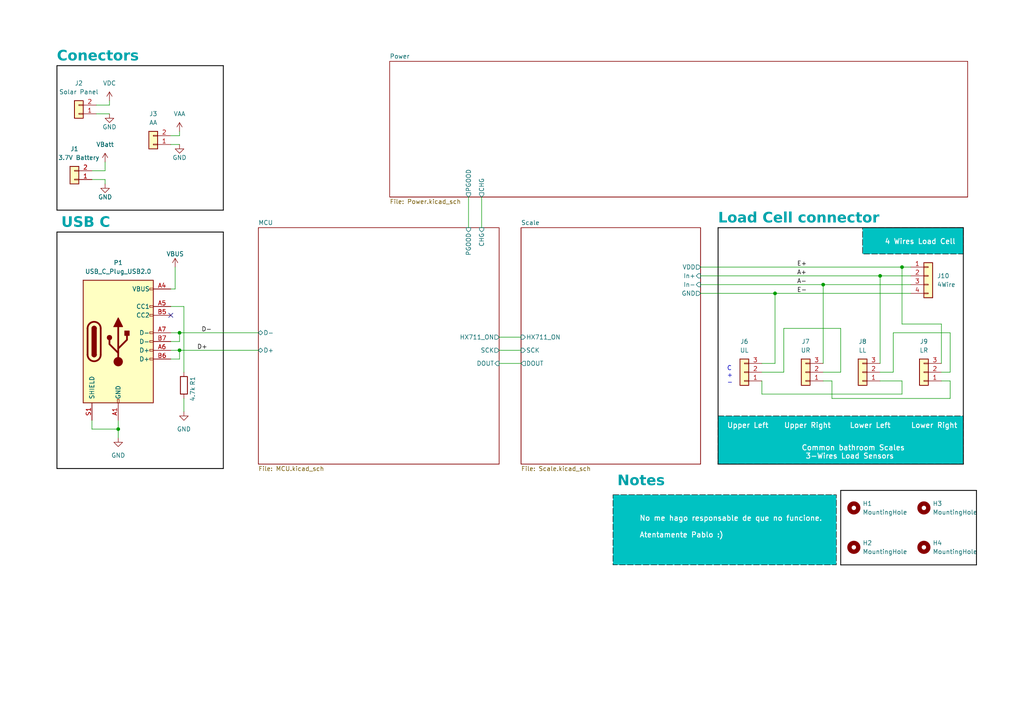
<source format=kicad_sch>
(kicad_sch (version 20231120) (generator "eeschema") (generator_version "8.0")
  (paper "A4")
  (title_block (title "Gas Weigther") (date "2023-11-04") (rev "1"))
  (lib_symbols
    (symbol "Connector:USB_C_Receptacle_USB2.0_14P" (pin_names (offset 1.016))
      (property "Reference" "J" (at 0 22.225 0))
      (property "Value" "USB_C_Receptacle_USB2.0_14P" (at 0 19.685 0))
      (symbol "USB_C_Receptacle_USB2.0_14P_0_0"
        (rectangle (start -0.254 -17.78) (end 0.254 -16.764))
        (rectangle (start 10.16 -4.826) (end 9.144 -5.334))
        (rectangle (start 10.16 -2.286) (end 9.144 -2.794))
        (rectangle (start 10.16 0.254) (end 9.144 -0.254))
        (rectangle (start 10.16 2.794) (end 9.144 2.286))
        (rectangle (start 10.16 7.874) (end 9.144 7.366))
        (rectangle (start 10.16 10.414) (end 9.144 9.906))
        (rectangle (start 10.16 15.494) (end 9.144 14.986))
      )
      (symbol "USB_C_Receptacle_USB2.0_14P_0_1"
        (rectangle (start -10.16 17.78) (end 10.16 -17.78) (stroke (width 0.254)) (fill (type background)))
        (arc (start -8.89 -3.81) (mid -6.985 -5.7067) (end -5.08 -3.81) (stroke (width 0.508)))
        (arc (start -7.62 -3.81) (mid -6.985 -4.4423) (end -6.35 -3.81) (stroke (width 0.254)))
        (arc (start -7.62 -3.81) (mid -6.985 -4.4423) (end -6.35 -3.81) (stroke (width 0.254)) (fill (type outline)))
        (rectangle (start -7.62 -3.81) (end -6.35 3.81) (stroke (width 0.254)) (fill (type outline)))
        (arc (start -6.35 3.81) (mid -6.985 4.4423) (end -7.62 3.81) (stroke (width 0.254)))
        (arc (start -6.35 3.81) (mid -6.985 4.4423) (end -7.62 3.81) (stroke (width 0.254)) (fill (type outline)))
        (arc (start -5.08 3.81) (mid -6.985 5.7067) (end -8.89 3.81) (stroke (width 0.508)))
        (circle (center -2.54 1.143) (radius 0.635) (stroke (width 0.254)) (fill (type outline)))
        (circle (center 0 -5.842) (radius 1.27) (fill (type outline)))
        (polyline (pts (xy -8.89 -3.81) (xy -8.89 3.81)) (stroke (width 0.508)))
        (polyline (pts (xy -5.08 3.81) (xy -5.08 -3.81)) (stroke (width 0.508)))
        (polyline (pts (xy 0 -5.842) (xy 0 4.318)) (stroke (width 0.508)))
        (polyline (pts (xy 0 -3.302) (xy -2.54 -0.762) (xy -2.54 0.508)) (stroke (width 0.508)))
        (polyline (pts (xy 0 -2.032) (xy 2.54 0.508) (xy 2.54 1.778)) (stroke (width 0.508)))
        (polyline (pts (xy -1.27 4.318) (xy 0 6.858) (xy 1.27 4.318) (xy -1.27 4.318)) (stroke (width 0.254)) (fill (type outline)))
        (rectangle (start 1.905 1.778) (end 3.175 3.048) (stroke (width 0.254)) (fill (type outline)))
      )
      (symbol "USB_C_Receptacle_USB2.0_14P_1_1"
        (pin passive line (at 0 -22.86 90) (length 5.08) (name "GND") (number "A1"))
        (pin passive line (at 0 -22.86 90) (length 5.08) hide (name "GND") (number "A12"))
        (pin passive line (at 15.24 15.24 180) (length 5.08) (name "VBUS") (number "A4"))
        (pin bidirectional line (at 15.24 10.16 180) (length 5.08) (name "CC1") (number "A5"))
        (pin bidirectional line (at 15.24 -2.54 180) (length 5.08) (name "D+") (number "A6"))
        (pin bidirectional line (at 15.24 2.54 180) (length 5.08) (name "D-") (number "A7"))
        (pin passive line (at 15.24 15.24 180) (length 5.08) hide (name "VBUS") (number "A9"))
        (pin passive line (at 0 -22.86 90) (length 5.08) hide (name "GND") (number "B1"))
        (pin passive line (at 0 -22.86 90) (length 5.08) hide (name "GND") (number "B12"))
        (pin passive line (at 15.24 15.24 180) (length 5.08) hide (name "VBUS") (number "B4"))
        (pin bidirectional line (at 15.24 7.62 180) (length 5.08) (name "CC2") (number "B5"))
        (pin bidirectional line (at 15.24 -5.08 180) (length 5.08) (name "D+") (number "B6"))
        (pin bidirectional line (at 15.24 0 180) (length 5.08) (name "D-") (number "B7"))
        (pin passive line (at 15.24 15.24 180) (length 5.08) hide (name "VBUS") (number "B9"))
        (pin passive line (at -7.62 -22.86 90) (length 5.08) (name "SHIELD") (number "S1"))
      )
    )
    (symbol "Connector_Generic:Conn_01x02" (pin_names (offset 1.016) hide)
      (property "Reference" "J" (at 0 2.54 0))
      (property "Value" "Conn_01x02" (at 0 -5.08 0))
      (symbol "Conn_01x02_1_1"
        (rectangle (start -1.27 -2.413) (end 0 -2.667) (stroke (width 0.1524)))
        (rectangle (start -1.27 0.127) (end 0 -0.127) (stroke (width 0.1524)))
        (rectangle (start -1.27 1.27) (end 1.27 -3.81) (stroke (width 0.254)) (fill (type background)))
        (pin passive line (at -5.08 0 0) (length 3.81) (name "Pin_1") (number "1"))
        (pin passive line (at -5.08 -2.54 0) (length 3.81) (name "Pin_2") (number "2"))
      )
    )
    (symbol "Connector_Generic:Conn_01x03" (pin_names (offset 1.016) hide)
      (property "Reference" "J" (at 0 5.08 0))
      (property "Value" "Conn_01x03" (at 0 -5.08 0))
      (symbol "Conn_01x03_1_1"
        (rectangle (start -1.27 -2.413) (end 0 -2.667) (stroke (width 0.1524)))
        (rectangle (start -1.27 0.127) (end 0 -0.127) (stroke (width 0.1524)))
        (rectangle (start -1.27 2.667) (end 0 2.413) (stroke (width 0.1524)))
        (rectangle (start -1.27 3.81) (end 1.27 -3.81) (stroke (width 0.254)) (fill (type background)))
        (pin passive line (at -5.08 2.54 0) (length 3.81) (name "Pin_1") (number "1"))
        (pin passive line (at -5.08 0 0) (length 3.81) (name "Pin_2") (number "2"))
        (pin passive line (at -5.08 -2.54 0) (length 3.81) (name "Pin_3") (number "3"))
      )
    )
    (symbol "Connector_Generic:Conn_01x04" (pin_names (offset 1.016) hide)
      (property "Reference" "J" (at 0 5.08 0))
      (property "Value" "Conn_01x04" (at 0 -7.62 0))
      (symbol "Conn_01x04_1_1"
        (rectangle (start -1.27 -4.953) (end 0 -5.207) (stroke (width 0.1524)))
        (rectangle (start -1.27 -2.413) (end 0 -2.667) (stroke (width 0.1524)))
        (rectangle (start -1.27 0.127) (end 0 -0.127) (stroke (width 0.1524)))
        (rectangle (start -1.27 2.667) (end 0 2.413) (stroke (width 0.1524)))
        (rectangle (start -1.27 3.81) (end 1.27 -6.35) (stroke (width 0.254)) (fill (type background)))
        (pin passive line (at -5.08 2.54 0) (length 3.81) (name "Pin_1") (number "1"))
        (pin passive line (at -5.08 0 0) (length 3.81) (name "Pin_2") (number "2"))
        (pin passive line (at -5.08 -2.54 0) (length 3.81) (name "Pin_3") (number "3"))
        (pin passive line (at -5.08 -5.08 0) (length 3.81) (name "Pin_4") (number "4"))
      )
    )
    (symbol "Device:R" (pin_numbers hide) (pin_names (offset 0))
      (property "Reference" "R" (at 2.032 0 90))
      (property "Value" "R" (at 0 0 90))
      (symbol "R_0_1"
        (rectangle (start -1.016 -2.54) (end 1.016 2.54) (stroke (width 0.254)))
      )
      (symbol "R_1_1"
        (pin passive line (at 0 3.81 270) (length 1.27) (name "~") (number "1"))
        (pin passive line (at 0 -3.81 90) (length 1.27) (name "~") (number "2"))
      )
    )
    (symbol "Mechanical:MountingHole" (pin_names (offset 1.016))
      (property "Reference" "H" (at 0 5.08 0))
      (property "Value" "MountingHole" (at 0 3.175 0))
      (symbol "MountingHole_0_1"
        (circle (center 0 0) (radius 1.27) (stroke (width 1.27)))
      )
    )
    (symbol "Power_Symbols:VBatt" (power) (pin_names (offset 0))
      (property "Value" "VBatt" (at 0 6.35 0))
      (symbol "VBatt_0_1"
        (polyline (pts (xy -0.762 1.27) (xy 0 2.54)))
        (polyline (pts (xy 0 0) (xy 0 2.54)))
        (polyline (pts (xy 0 2.54) (xy 0.762 1.27)))
      )
      (symbol "VBatt_1_1"
        (pin power_in line (at 0 0 90) (length 0) hide (name "VBatt") (number "1"))
      )
    )
    (symbol "power:GND" (power) (pin_names (offset 0))
      (property "Value" "GND" (at 0 -3.81 0))
      (symbol "GND_0_1"
        (polyline (pts (xy 0 0) (xy 0 -1.27) (xy 1.27 -1.27) (xy 0 -2.54) (xy -1.27 -1.27) (xy 0 -1.27)))
      )
      (symbol "GND_1_1"
        (pin power_in line (at 0 0 270) (length 0) hide (name "GND") (number "1"))
      )
    )
    (symbol "power:VAA" (power) (pin_names (offset 0))
      (property "Value" "VAA" (at 0 3.81 0))
      (symbol "VAA_0_1"
        (polyline (pts (xy -0.762 1.27) (xy 0 2.54)))
        (polyline (pts (xy 0 0) (xy 0 2.54)))
        (polyline (pts (xy 0 2.54) (xy 0.762 1.27)))
      )
      (symbol "VAA_1_1"
        (pin power_in line (at 0 0 90) (length 0) hide (name "VAA") (number "1"))
      )
    )
    (symbol "power:VBUS" (power) (pin_names (offset 0))
      (property "Value" "VBUS" (at 0 3.81 0))
      (symbol "VBUS_0_1"
        (polyline (pts (xy -0.762 1.27) (xy 0 2.54)))
        (polyline (pts (xy 0 0) (xy 0 2.54)))
        (polyline (pts (xy 0 2.54) (xy 0.762 1.27)))
      )
      (symbol "VBUS_1_1"
        (pin power_in line (at 0 0 90) (length 0) hide (name "VBUS") (number "1"))
      )
    )
    (symbol "power:VDC" (power) (pin_names (offset 0))
      (property "Value" "VDC" (at 0 6.35 0))
      (symbol "VDC_0_1"
        (polyline (pts (xy -0.762 1.27) (xy 0 2.54)))
        (polyline (pts (xy 0 0) (xy 0 2.54)))
        (polyline (pts (xy 0 2.54) (xy 0.762 1.27)))
      )
      (symbol "VDC_1_1"
        (pin power_in line (at 0 0 90) (length 0) hide (name "VDC") (number "1"))
      )
    )
  )
  (junction (at 224.79 85.09))
  (junction (at 52.07 101.6))
  (junction (at 261.62 77.47))
  (junction (at 34.29 124.46))
  (junction (at 52.07 96.52))
  (junction (at 255.27 80.01))
  (junction (at 238.76 82.55))
  (no_connect (at 49.53 91.44))
  (wire (pts (xy 261.62 114.3) (xy 261.62 110.49)))
  (polyline (pts (xy 16.51 67.31) (xy 64.77 67.31)) (stroke (width 0.25) (type solid) (color 0 0 0 1)))
  (polyline (pts (xy 208.28 66.04) (xy 279.4 66.04)) (stroke (width 0.25) (type solid) (color 0 0 0 1)))
  (wire (pts (xy 203.2 82.55) (xy 238.76 82.55)))
  (wire (pts (xy 26.67 52.07) (xy 30.48 52.07)))
  (wire (pts (xy 255.27 80.01) (xy 255.27 105.41)))
  (wire (pts (xy 139.7 57.15) (xy 139.7 66.04)))
  (polyline (pts (xy 16.51 19.05) (xy 16.51 60.96)) (stroke (width 0.25) (type solid) (color 0 0 0 1)))
  (wire (pts (xy 241.3 115.57) (xy 275.59 115.57)))
  (wire (pts (xy 273.05 107.95) (xy 275.59 107.95)))
  (wire (pts (xy 275.59 115.57) (xy 275.59 110.49)))
  (wire (pts (xy 52.07 101.6) (xy 74.93 101.6)))
  (wire (pts (xy 144.78 105.41) (xy 151.13 105.41)))
  (wire (pts (xy 275.59 107.95) (xy 275.59 96.52)))
  (wire (pts (xy 50.8 77.47) (xy 50.8 83.82)))
  (polyline (pts (xy 283.21 142.24) (xy 283.21 163.83)) (stroke (width 0.25) (type solid) (color 0 0 0 1)))
  (wire (pts (xy 261.62 110.49) (xy 255.27 110.49)))
  (wire (pts (xy 220.98 114.3) (xy 220.98 110.49)))
  (polyline (pts (xy 64.77 67.31) (xy 64.77 135.89)) (stroke (width 0.25) (type solid) (color 0 0 0 1)))
  (wire (pts (xy 255.27 80.01) (xy 264.16 80.01)))
  (wire (pts (xy 27.94 33.02) (xy 31.75 33.02)))
  (wire (pts (xy 49.53 104.14) (xy 52.07 104.14)))
  (wire (pts (xy 52.07 96.52) (xy 74.93 96.52)))
  (wire (pts (xy 255.27 107.95) (xy 259.08 107.95)))
  (wire (pts (xy 49.53 41.91) (xy 52.07 41.91)))
  (wire (pts (xy 53.34 88.9) (xy 53.34 107.95)))
  (wire (pts (xy 49.53 83.82) (xy 50.8 83.82)))
  (polyline (pts (xy 279.4 134.62) (xy 208.28 134.62)) (stroke (width 0.25) (type solid) (color 0 0 0 1)))
  (wire (pts (xy 261.62 77.47) (xy 264.16 77.47)))
  (polyline (pts (xy 243.84 163.83) (xy 283.21 163.83)) (stroke (width 0.25) (type solid) (color 0 0 0 1)))
  (wire (pts (xy 52.07 104.14) (xy 52.07 101.6)))
  (polyline (pts (xy 243.84 142.24) (xy 283.21 142.24)) (stroke (width 0.25) (type solid) (color 0 0 0 1)))
  (polyline (pts (xy 64.77 135.89) (xy 16.51 135.89)) (stroke (width 0.25) (type solid) (color 0 0 0 1)))
  (wire (pts (xy 259.08 96.52) (xy 259.08 107.95)))
  (wire (pts (xy 203.2 77.47) (xy 261.62 77.47)))
  (wire (pts (xy 220.98 105.41) (xy 224.79 105.41)))
  (wire (pts (xy 275.59 110.49) (xy 273.05 110.49)))
  (wire (pts (xy 144.78 101.6) (xy 151.13 101.6)))
  (wire (pts (xy 238.76 82.55) (xy 264.16 82.55)))
  (wire (pts (xy 241.3 110.49) (xy 241.3 115.57)))
  (wire (pts (xy 144.78 97.79) (xy 151.13 97.79)))
  (wire (pts (xy 224.79 85.09) (xy 224.79 105.41)))
  (wire (pts (xy 224.79 85.09) (xy 264.16 85.09)))
  (wire (pts (xy 31.75 29.21) (xy 31.75 30.48)))
  (wire (pts (xy 49.53 99.06) (xy 52.07 99.06)))
  (wire (pts (xy 243.84 95.25) (xy 227.33 95.25)))
  (wire (pts (xy 52.07 38.1) (xy 52.07 39.37)))
  (wire (pts (xy 220.98 107.95) (xy 227.33 107.95)))
  (wire (pts (xy 273.05 105.41) (xy 273.05 93.98)))
  (wire (pts (xy 27.94 30.48) (xy 31.75 30.48)))
  (wire (pts (xy 220.98 114.3) (xy 261.62 114.3)))
  (wire (pts (xy 238.76 82.55) (xy 238.76 105.41)))
  (wire (pts (xy 34.29 124.46) (xy 34.29 127)))
  (polyline (pts (xy 64.77 19.05) (xy 64.77 60.96)) (stroke (width 0.25) (type solid) (color 0 0 0 1)))
  (wire (pts (xy 238.76 110.49) (xy 241.3 110.49)))
  (wire (pts (xy 52.07 99.06) (xy 52.07 96.52)))
  (wire (pts (xy 203.2 85.09) (xy 224.79 85.09)))
  (wire (pts (xy 26.67 124.46) (xy 26.67 121.92)))
  (polyline (pts (xy 16.51 67.31) (xy 16.51 135.89)) (stroke (width 0.25) (type solid) (color 0 0 0 1)))
  (wire (pts (xy 203.2 80.01) (xy 255.27 80.01)))
  (wire (pts (xy 30.48 46.99) (xy 30.48 49.53)))
  (polyline (pts (xy 279.4 66.04) (xy 279.4 134.62)) (stroke (width 0.25) (type solid) (color 0 0 0 1)))
  (wire (pts (xy 243.84 107.95) (xy 243.84 95.25)))
  (wire (pts (xy 135.89 57.15) (xy 135.89 66.04)))
  (wire (pts (xy 238.76 107.95) (xy 243.84 107.95)))
  (wire (pts (xy 49.53 96.52) (xy 52.07 96.52)))
  (wire (pts (xy 26.67 124.46) (xy 34.29 124.46)))
  (wire (pts (xy 275.59 96.52) (xy 259.08 96.52)))
  (wire (pts (xy 49.53 101.6) (xy 52.07 101.6)))
  (wire (pts (xy 273.05 93.98) (xy 261.62 93.98)))
  (wire (pts (xy 261.62 93.98) (xy 261.62 77.47)))
  (polyline (pts (xy 16.51 19.05) (xy 64.77 19.05)) (stroke (width 0.25) (type solid) (color 0 0 0 1)))
  (wire (pts (xy 34.29 121.92) (xy 34.29 124.46)))
  (wire (pts (xy 227.33 95.25) (xy 227.33 107.95)))
  (wire (pts (xy 30.48 49.53) (xy 26.67 49.53)))
  (polyline (pts (xy 64.77 60.96) (xy 16.51 60.96)) (stroke (width 0.25) (type solid) (color 0 0 0 1)))
  (polyline (pts (xy 208.28 66.04) (xy 208.28 134.62)) (stroke (width 0.25) (type solid) (color 0 0 0 1)))
  (wire (pts (xy 52.07 39.37) (xy 49.53 39.37)))
  (wire (pts (xy 30.48 53.34) (xy 30.48 52.07)))
  (wire (pts (xy 49.53 88.9) (xy 53.34 88.9)))
  (polyline (pts (xy 243.84 163.83) (xy 243.84 142.24)) (stroke (width 0.25) (type solid) (color 0 0 0 1)))
  (wire (pts (xy 53.34 115.57) (xy 53.34 119.38)))
  (rectangle (start 250.19 66.04) (end 279.4 73.66) (stroke (width 0) (type dash) (color 0 0 0 1)) (fill (type color) (color 0 194 194 1)))
  (rectangle (start 177.8 143.51) (end 242.57 163.83) (stroke (width 0) (type dash) (color 0 0 0 1)) (fill (type color) (color 0 194 194 1)))
  (rectangle (start 208.28 120.65) (end 279.4 134.62) (stroke (width 0) (type dash) (color 0 0 0 1)) (fill (type color) (color 0 194 194 1)))
  (text "Common bathroom Scales\n 3-Wires Load Sensors" (at 232.41 133.35 0) (effects (font (size 1.5 1.5) (thickness 0.2508) (bold yes)) (justify left bottom)))
  (text "Notes" (at 179.07 142.24 0) (effects (font (size 3 3) (thickness 0.6) (bold yes)) (justify left bottom)))
  (text "Upper Left" (at 210.82 124.46 0) (effects (font (size 1.5 1.5) (thickness 0.2508) (bold yes)) (justify left bottom)))
  (text "No me hago responsable de que no funcione.\n\nAtentamente Pablo :)" (at 185.42 156.21 0) (effects (font (size 1.5 1.5) (thickness 0.2508) (bold yes)) (justify left bottom)))
  (text "C\n+\n-" (at 210.82 111.76 0) (effects (font (size 1.27 1.27)) (justify left bottom)))
  (text "Load Cell connector" (at 208.28 66.04 0) (effects (font (size 3 3) (thickness 0.6) (bold yes)) (justify left bottom)))
  (text "Conectors\n" (at 16.51 19.05 0) (effects (font (size 3 3) (thickness 0.6) (bold yes)) (justify left bottom)))
  (text "USB C" (at 17.78 67.31 0) (effects (font (size 3 3) (thickness 0.6) (bold yes)) (justify left bottom)))
  (text "Lower Left" (at 246.38 124.46 0) (effects (font (size 1.5 1.5) (thickness 0.2508) (bold yes)) (justify left bottom)))
  (text "Upper Right" (at 227.33 124.46 0) (effects (font (size 1.5 1.5) (thickness 0.2508) (bold yes)) (justify left bottom)))
  (text "4 Wires Load Cell\n" (at 256.54 71.12 0) (effects (font (size 1.5 1.5) (thickness 0.2508) (bold yes)) (justify left bottom)))
  (text "Lower Right" (at 264.16 124.46 0) (effects (font (size 1.5 1.5) (thickness 0.2508) (bold yes)) (justify left bottom)))
  (label "D-" (at 58.42 96.52 0))
  (label "D+" (at 57.15 101.6 0))
  (label "A+" (at 231.14 80.01 0))
  (label "E+" (at 231.14 77.47 0))
  (label "E-" (at 231.14 85.09 0))
  (label "A-" (at 231.14 82.55 0))
  (symbol (lib_id "power:VAA") (at 52.07 38.1 0) (unit 1)
    (property "Reference" "#PWR042" (effects (hide yes)))
    (property "Value" "VAA" (at 52.07 33.02 0))
  )
  (symbol (lib_id "power:VBUS") (at 50.8 77.47 0) (unit 1)
    (property "Reference" "#PWR08" (effects (hide yes)))
    (property "Value" "VBUS" (at 50.8 73.66 0))
  )
  (symbol (lib_id "power:GND") (at 31.75 33.02 0) (unit 1)
    (property "Reference" "#PWR03" (effects (hide yes)))
    (property "Value" "GND" (at 31.75 36.83 0))
  )
  (symbol (lib_id "power:VDC") (at 31.75 29.21 0) (unit 1)
    (property "Reference" "#PWR013" (effects (hide yes)))
    (property "Value" "VDC" (at 31.75 24.13 0))
  )
  (symbol (lib_id "Connector:USB_C_Receptacle_USB2.0_14P") (at 34.29 99.06 0) (unit 1)
    (property "Reference" "P1" (at 34.29 76.2 0))
    (property "Value" "USB_C_Plug_USB2.0" (at 34.29 78.74 0))
    (property "Footprint" "Library:USB C Molex_1" (effects (hide yes)))
    (property "Datasheet" "https://www.usb.org/sites/default/files/documents/usb_type-c.zip" (effects (hide yes)))
    (property "Description" "USB 2.0-only 14P Type-C Receptacle connector" (effects (hide yes)))
  )
  (symbol (lib_id "Mechanical:MountingHole") (at 247.65 158.75 0) (unit 1)
    (property "Reference" "H2" (at 250.19 157.4799 0) (effects (justify left)))
    (property "Value" "MountingHole" (at 250.19 160.0199 0) (effects (justify left)))
    (property "Footprint" "MountingHole:MountingHole_3.2mm_M3_ISO7380" (effects (hide yes)))
  )
  (symbol (lib_id "Connector_Generic:Conn_01x03") (at 250.19 107.95 180) (unit 1)
    (property "Reference" "J8" (at 250.19 99.06 0))
    (property "Value" "LL" (at 250.19 101.6 0))
    (property "Footprint" "Connector_JST:JST_PH_B3B-PH-K_1x03_P2.00mm_Vertical" (effects (hide yes)))
  )
  (symbol (lib_id "Mechanical:MountingHole") (at 247.65 147.32 0) (unit 1)
    (property "Reference" "H1" (at 250.19 146.0499 0) (effects (justify left)))
    (property "Value" "MountingHole" (at 250.19 148.5899 0) (effects (justify left)))
    (property "Footprint" "MountingHole:MountingHole_3.2mm_M3_ISO7380" (effects (hide yes)))
  )
  (symbol (lib_id "Mechanical:MountingHole") (at 267.97 147.32 0) (unit 1)
    (property "Reference" "H3" (at 270.51 146.0499 0) (effects (justify left)))
    (property "Value" "MountingHole" (at 270.51 148.5899 0) (effects (justify left)))
    (property "Footprint" "MountingHole:MountingHole_3.2mm_M3_ISO7380" (effects (hide yes)))
  )
  (symbol (lib_id "Connector_Generic:Conn_01x02") (at 21.59 52.07 180) (unit 1)
    (property "Reference" "J1" (at 21.59 43.18 0))
    (property "Value" "3.7V Battery" (at 22.86 45.72 0))
    (property "Footprint" "Connector_JST:JST_PH_B2B-PH-K_1x02_P2.00mm_Vertical" (effects (hide yes)))
  )
  (symbol (lib_id "Connector_Generic:Conn_01x02") (at 22.86 33.02 180) (unit 1)
    (property "Reference" "J2" (at 22.86 24.13 0))
    (property "Value" "Solar Panel" (at 22.86 26.67 0))
    (property "Footprint" "Connector_JST:JST_PH_B2B-PH-K_1x02_P2.00mm_Vertical" (effects (hide yes)))
  )
  (symbol (lib_id "Connector_Generic:Conn_01x02") (at 44.45 41.91 180) (unit 1)
    (property "Reference" "J3" (at 44.45 33.02 0))
    (property "Value" "AA" (at 44.45 35.56 0))
    (property "Footprint" "Connector_JST:JST_PH_B2B-PH-K_1x02_P2.00mm_Vertical" (effects (hide yes)))
  )
  (symbol (lib_id "power:GND") (at 30.48 53.34 0) (unit 1)
    (property "Reference" "#PWR012" (effects (hide yes)))
    (property "Value" "GND" (at 30.48 57.15 0))
  )
  (symbol (lib_id "Connector_Generic:Conn_01x03") (at 267.97 107.95 180) (unit 1)
    (property "Reference" "J9" (at 267.97 99.06 0))
    (property "Value" "LR" (at 267.97 101.6 0))
    (property "Footprint" "Connector_JST:JST_PH_B3B-PH-K_1x03_P2.00mm_Vertical" (effects (hide yes)))
  )
  (symbol (lib_id "power:GND") (at 52.07 41.91 0) (unit 1)
    (property "Reference" "#PWR031" (effects (hide yes)))
    (property "Value" "GND" (at 52.07 45.72 0))
  )
  (symbol (lib_id "power:GND") (at 53.34 119.38 0) (unit 1)
    (property "Reference" "#PWR09" (effects (hide yes)))
    (property "Value" "GND" (at 53.34 124.46 0))
  )
  (symbol (lib_id "Mechanical:MountingHole") (at 267.97 158.75 0) (unit 1)
    (property "Reference" "H4" (at 270.51 157.4799 0) (effects (justify left)))
    (property "Value" "MountingHole" (at 270.51 160.0199 0) (effects (justify left)))
    (property "Footprint" "MountingHole:MountingHole_3.2mm_M3_ISO7380" (effects (hide yes)))
  )
  (symbol (lib_id "Power_Symbols:VBatt") (at 30.48 46.99 0) (unit 1)
    (property "Reference" "#PWR024" (effects (hide yes)))
    (property "Value" "VBatt" (at 30.48 41.91 0))
  )
  (symbol (lib_id "Connector_Generic:Conn_01x03") (at 233.68 107.95 180) (unit 1)
    (property "Reference" "J7" (at 233.68 99.06 0))
    (property "Value" "UR" (at 233.68 101.6 0))
    (property "Footprint" "Connector_JST:JST_PH_B3B-PH-K_1x03_P2.00mm_Vertical" (effects (hide yes)))
  )
  (symbol (lib_id "Connector_Generic:Conn_01x03") (at 215.9 107.95 180) (unit 1)
    (property "Reference" "J6" (at 215.9 99.06 0))
    (property "Value" "UL" (at 215.9 101.6 0))
    (property "Footprint" "Connector_JST:JST_PH_B3B-PH-K_1x03_P2.00mm_Vertical" (effects (hide yes)))
  )
  (symbol (lib_id "power:GND") (at 34.29 127 0) (unit 1)
    (property "Reference" "#PWR01" (effects (hide yes)))
    (property "Value" "GND" (at 34.29 132.08 0))
  )
  (symbol (lib_id "Connector_Generic:Conn_01x04") (at 269.24 80.01 0) (unit 1)
    (property "Reference" "J10" (at 271.78 80.0099 0) (effects (justify left)))
    (property "Value" "4Wire" (at 271.78 82.5499 0) (effects (justify left)))
    (property "Footprint" "Connector_JST:JST_PH_B4B-PH-K_1x04_P2.00mm_Vertical" (effects (hide yes)))
  )
  (symbol (lib_id "Device:R") (at 53.34 111.76 0) (unit 1)
    (property "Reference" "R1" (at 55.88 110.49 90))
    (property "Value" "4.7k" (at 55.88 114.3 90))
    (property "Footprint" "Resistor_SMD:R_0805_2012Metric_Pad1.20x1.40mm_HandSolder" (effects (hide yes)))
  )
  (sheet (at 74.93 66.04) (size 69.85 68.58) (stroke (width 0.1524))
    (property "Sheetname" "MCU" (at 74.93 65.3284 0) (effects (justify left bottom)))
    (property "Sheetfile" "MCU.kicad_sch" (at 74.93 135.2046 0) (effects (justify left top)))
    (pin "D+" bidirectional (at 74.93 101.6 180))
    (pin "D-" bidirectional (at 74.93 96.52 180))
    (pin "SCK" output (at 144.78 101.6 0))
    (pin "DOUT" input (at 144.78 105.41 0))
    (pin "HX711_ON" output (at 144.78 97.79 0))
    (pin "PGOOD" input (at 135.89 66.04 90))
    (pin "CHG" input (at 139.7 66.04 90))
  )
  (sheet (at 113.03 17.78) (size 167.64 39.37) (stroke (width 0.1524))
    (property "Sheetname" "Power" (at 113.03 17.0684 0) (effects (justify left bottom)))
    (property "Sheetfile" "Power.kicad_sch" (at 113.03 57.7346 0) (effects (justify left top)))
    (pin "PGOOD" output (at 135.89 57.15 270))
    (pin "CHG" output (at 139.7 57.15 270))
  )
  (sheet (at 151.13 66.04) (size 52.07 68.58) (stroke (width 0.1524))
    (property "Sheetname" "Scale" (at 151.13 65.3284 0) (effects (justify left bottom)))
    (property "Sheetfile" "Scale.kicad_sch" (at 151.13 135.2046 0) (effects (justify left top)))
    (pin "In-" input (at 203.2 82.55 0))
    (pin "In+" input (at 203.2 80.01 0))
    (pin "SCK" input (at 151.13 101.6 180))
    (pin "DOUT" output (at 151.13 105.41 180))
    (pin "VDD" output (at 203.2 77.47 0))
    (pin "GND" output (at 203.2 85.09 0))
    (pin "HX711_ON" input (at 151.13 97.79 180))
  )
)
</source>
